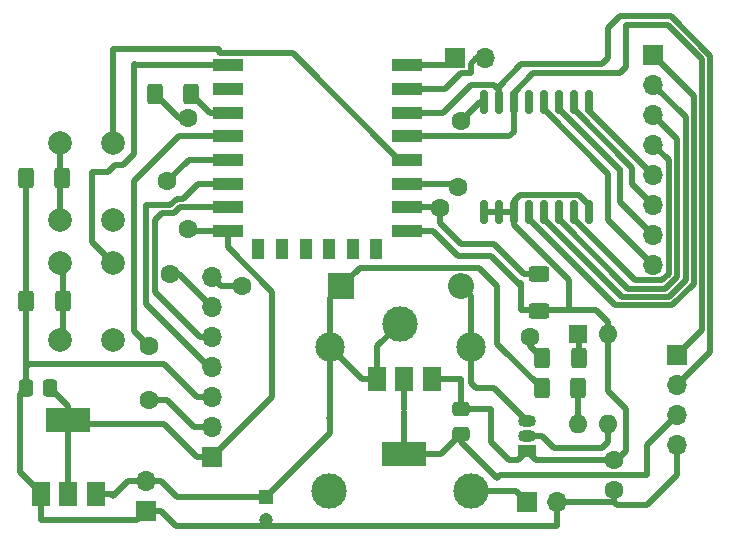
<source format=gbr>
%TF.GenerationSoftware,KiCad,Pcbnew,(6.0.4)*%
%TF.CreationDate,2022-04-23T15:17:23+02:00*%
%TF.ProjectId,pcbv1,70636276-312e-46b6-9963-61645f706362,rev?*%
%TF.SameCoordinates,PX49658d0PY772dc40*%
%TF.FileFunction,Copper,L1,Top*%
%TF.FilePolarity,Positive*%
%FSLAX46Y46*%
G04 Gerber Fmt 4.6, Leading zero omitted, Abs format (unit mm)*
G04 Created by KiCad (PCBNEW (6.0.4)) date 2022-04-23 15:17:23*
%MOMM*%
%LPD*%
G01*
G04 APERTURE LIST*
G04 Aperture macros list*
%AMRoundRect*
0 Rectangle with rounded corners*
0 $1 Rounding radius*
0 $2 $3 $4 $5 $6 $7 $8 $9 X,Y pos of 4 corners*
0 Add a 4 corners polygon primitive as box body*
4,1,4,$2,$3,$4,$5,$6,$7,$8,$9,$2,$3,0*
0 Add four circle primitives for the rounded corners*
1,1,$1+$1,$2,$3*
1,1,$1+$1,$4,$5*
1,1,$1+$1,$6,$7*
1,1,$1+$1,$8,$9*
0 Add four rect primitives between the rounded corners*
20,1,$1+$1,$2,$3,$4,$5,0*
20,1,$1+$1,$4,$5,$6,$7,0*
20,1,$1+$1,$6,$7,$8,$9,0*
20,1,$1+$1,$8,$9,$2,$3,0*%
G04 Aperture macros list end*
%TA.AperFunction,SMDPad,CuDef*%
%ADD10RoundRect,0.250000X0.400000X0.625000X-0.400000X0.625000X-0.400000X-0.625000X0.400000X-0.625000X0*%
%TD*%
%TA.AperFunction,SMDPad,CuDef*%
%ADD11RoundRect,0.250000X0.475000X-0.337500X0.475000X0.337500X-0.475000X0.337500X-0.475000X-0.337500X0*%
%TD*%
%TA.AperFunction,SMDPad,CuDef*%
%ADD12RoundRect,0.150000X0.150000X-0.875000X0.150000X0.875000X-0.150000X0.875000X-0.150000X-0.875000X0*%
%TD*%
%TA.AperFunction,SMDPad,CuDef*%
%ADD13RoundRect,0.250000X0.337500X0.475000X-0.337500X0.475000X-0.337500X-0.475000X0.337500X-0.475000X0*%
%TD*%
%TA.AperFunction,SMDPad,CuDef*%
%ADD14RoundRect,0.250000X-0.400000X-0.625000X0.400000X-0.625000X0.400000X0.625000X-0.400000X0.625000X0*%
%TD*%
%TA.AperFunction,SMDPad,CuDef*%
%ADD15RoundRect,0.250000X-0.625000X0.400000X-0.625000X-0.400000X0.625000X-0.400000X0.625000X0.400000X0*%
%TD*%
%TA.AperFunction,SMDPad,CuDef*%
%ADD16R,1.500000X2.000000*%
%TD*%
%TA.AperFunction,SMDPad,CuDef*%
%ADD17R,3.800000X2.000000*%
%TD*%
%TA.AperFunction,ComponentPad*%
%ADD18R,1.700000X1.700000*%
%TD*%
%TA.AperFunction,ComponentPad*%
%ADD19O,1.700000X1.700000*%
%TD*%
%TA.AperFunction,SMDPad,CuDef*%
%ADD20R,2.500000X1.000000*%
%TD*%
%TA.AperFunction,SMDPad,CuDef*%
%ADD21R,1.000000X1.800000*%
%TD*%
%TA.AperFunction,ComponentPad*%
%ADD22R,1.600000X1.600000*%
%TD*%
%TA.AperFunction,ComponentPad*%
%ADD23O,1.600000X1.600000*%
%TD*%
%TA.AperFunction,ComponentPad*%
%ADD24R,1.500000X1.050000*%
%TD*%
%TA.AperFunction,ComponentPad*%
%ADD25O,1.500000X1.050000*%
%TD*%
%TA.AperFunction,ComponentPad*%
%ADD26C,2.000000*%
%TD*%
%TA.AperFunction,ComponentPad*%
%ADD27R,1.200000X1.200000*%
%TD*%
%TA.AperFunction,ComponentPad*%
%ADD28C,1.200000*%
%TD*%
%TA.AperFunction,ComponentPad*%
%ADD29R,2.200000X2.200000*%
%TD*%
%TA.AperFunction,ComponentPad*%
%ADD30O,2.200000X2.200000*%
%TD*%
%TA.AperFunction,ComponentPad*%
%ADD31C,3.000000*%
%TD*%
%TA.AperFunction,ComponentPad*%
%ADD32C,2.500000*%
%TD*%
%TA.AperFunction,ViaPad*%
%ADD33C,1.600000*%
%TD*%
%TA.AperFunction,Conductor*%
%ADD34C,0.500000*%
%TD*%
G04 APERTURE END LIST*
D10*
%TO.P,R_RESET1,1*%
%TO.N,Net-(R_RESET1-Pad1)*%
X4344000Y19812000D03*
%TO.P,R_RESET1,2*%
%TO.N,Net-(C1-Pad2)*%
X1244000Y19812000D03*
%TD*%
%TO.P,R_FLASH1,1*%
%TO.N,Net-(R_FLASH1-Pad1)*%
X4318000Y30226000D03*
%TO.P,R_FLASH1,2*%
%TO.N,Net-(C1-Pad2)*%
X1218000Y30226000D03*
%TD*%
D11*
%TO.P,C3,1*%
%TO.N,Net-(C3-Pad1)*%
X38100000Y8593000D03*
%TO.P,C3,2*%
%TO.N,Net-(C1-Pad2)*%
X38100000Y10668000D03*
%TD*%
D12*
%TO.P,U1,1,A0*%
%TO.N,Net-(C1-Pad2)*%
X40005000Y27354000D03*
%TO.P,U1,2,A1*%
X41275000Y27354000D03*
%TO.P,U1,3,A2*%
X42545000Y27354000D03*
%TO.P,U1,4,P0*%
%TO.N,Net-(J_KB1-Pad1)*%
X43815000Y27354000D03*
%TO.P,U1,5,P1*%
%TO.N,Net-(J_KB1-Pad2)*%
X45085000Y27354000D03*
%TO.P,U1,6,P2*%
%TO.N,Net-(J_KB1-Pad3)*%
X46355000Y27354000D03*
%TO.P,U1,7,P3*%
%TO.N,Net-(J_KB1-Pad4)*%
X47625000Y27354000D03*
%TO.P,U1,8,VSS*%
%TO.N,Net-(C1-Pad2)*%
X48895000Y27354000D03*
%TO.P,U1,9,P4*%
%TO.N,Net-(J_KB1-Pad5)*%
X48895000Y36654000D03*
%TO.P,U1,10,P5*%
%TO.N,Net-(J_KB1-Pad6)*%
X47625000Y36654000D03*
%TO.P,U1,11,P6*%
%TO.N,Net-(J_KB1-Pad7)*%
X46355000Y36654000D03*
%TO.P,U1,12,P7*%
%TO.N,Net-(J_KB1-Pad8)*%
X45085000Y36654000D03*
%TO.P,U1,13,~{INT}*%
%TO.N,unconnected-(U1-Pad13)*%
X43815000Y36654000D03*
%TO.P,U1,14,SCL*%
%TO.N,Net-(J_LCD1-Pad1)*%
X42545000Y36654000D03*
%TO.P,U1,15,SDA*%
%TO.N,Net-(J_LCD1-Pad2)*%
X41275000Y36654000D03*
%TO.P,U1,16,VDD*%
%TO.N,Net-(C2-Pad1)*%
X40005000Y36654000D03*
%TD*%
D13*
%TO.P,C2,1*%
%TO.N,Net-(C2-Pad1)*%
X3302000Y12446000D03*
%TO.P,C2,2*%
%TO.N,Net-(C1-Pad2)*%
X1227000Y12446000D03*
%TD*%
D14*
%TO.P,R_OPTO_R1,1*%
%TO.N,Net-(C1-Pad1)*%
X44911000Y12446000D03*
%TO.P,R_OPTO_R1,2*%
%TO.N,Net-(R_OPTO_R1-Pad2)*%
X48011000Y12446000D03*
%TD*%
D15*
%TO.P,R2,1*%
%TO.N,Net-(J_RFID1-Pad7)*%
X44704000Y22098000D03*
%TO.P,R2,2*%
%TO.N,Net-(C1-Pad2)*%
X44704000Y18998000D03*
%TD*%
D16*
%TO.P,U2,1,GND*%
%TO.N,Net-(C1-Pad2)*%
X2526000Y3454000D03*
%TO.P,U2,2,VO*%
%TO.N,Net-(C2-Pad1)*%
X4826000Y3454000D03*
D17*
X4826000Y9754000D03*
D16*
%TO.P,U2,3,VI*%
%TO.N,Net-(C1-Pad1)*%
X7126000Y3454000D03*
%TD*%
D14*
%TO.P,R_OPTP_S1,1*%
%TO.N,Net-(R_OPTP_S1-Pad1)*%
X44937000Y14991000D03*
%TO.P,R_OPTP_S1,2*%
%TO.N,Net-(R_OPTP_S1-Pad2)*%
X48037000Y14991000D03*
%TD*%
D18*
%TO.P,J_KB1,1,Pin_1*%
%TO.N,Net-(J_KB1-Pad1)*%
X54356000Y40640000D03*
D19*
%TO.P,J_KB1,2,Pin_2*%
%TO.N,Net-(J_KB1-Pad2)*%
X54356000Y38100000D03*
%TO.P,J_KB1,3,Pin_3*%
%TO.N,Net-(J_KB1-Pad3)*%
X54356000Y35560000D03*
%TO.P,J_KB1,4,Pin_4*%
%TO.N,Net-(J_KB1-Pad4)*%
X54356000Y33020000D03*
%TO.P,J_KB1,5,Pin_5*%
%TO.N,Net-(J_KB1-Pad5)*%
X54356000Y30480000D03*
%TO.P,J_KB1,6,Pin_6*%
%TO.N,Net-(J_KB1-Pad6)*%
X54356000Y27940000D03*
%TO.P,J_KB1,7,Pin_7*%
%TO.N,Net-(J_KB1-Pad7)*%
X54356000Y25400000D03*
%TO.P,J_KB1,8,Pin_8*%
%TO.N,Net-(J_KB1-Pad8)*%
X54356000Y22860000D03*
%TD*%
D20*
%TO.P,U4,1,~{RST}*%
%TO.N,Net-(SW_RESET1-Pad2)*%
X18308000Y39764000D03*
%TO.P,U4,2,ADC*%
%TO.N,unconnected-(U4-Pad2)*%
X18308000Y37764000D03*
%TO.P,U4,3,EN*%
%TO.N,Net-(R1-Pad2)*%
X18308000Y35764000D03*
%TO.P,U4,4,GPIO16*%
%TO.N,Net-(J_RFID1-Pad2)*%
X18308000Y33764000D03*
%TO.P,U4,5,GPIO14*%
%TO.N,Net-(J_RFID1-Pad6)*%
X18308000Y31764000D03*
%TO.P,U4,6,GPIO12*%
%TO.N,Net-(J_RFID1-Pad4)*%
X18308000Y29764000D03*
%TO.P,U4,7,GPIO13*%
%TO.N,Net-(J_RFID1-Pad5)*%
X18308000Y27764000D03*
%TO.P,U4,8,VCC*%
%TO.N,Net-(C2-Pad1)*%
X18308000Y25764000D03*
D21*
%TO.P,U4,9,CS0*%
%TO.N,unconnected-(U4-Pad9)*%
X20908000Y24264000D03*
%TO.P,U4,10,MISO*%
%TO.N,unconnected-(U4-Pad10)*%
X22908000Y24264000D03*
%TO.P,U4,11,GPIO9*%
%TO.N,unconnected-(U4-Pad11)*%
X24908000Y24264000D03*
%TO.P,U4,12,GPIO10*%
%TO.N,unconnected-(U4-Pad12)*%
X26908000Y24264000D03*
%TO.P,U4,13,MOSI*%
%TO.N,unconnected-(U4-Pad13)*%
X28908000Y24264000D03*
%TO.P,U4,14,SCLK*%
%TO.N,unconnected-(U4-Pad14)*%
X30908000Y24264000D03*
D20*
%TO.P,U4,15,GND*%
%TO.N,Net-(C1-Pad2)*%
X33508000Y25764000D03*
%TO.P,U4,16,GPIO15*%
%TO.N,Net-(J_RFID1-Pad7)*%
X33508000Y27764000D03*
%TO.P,U4,17,GPIO2*%
%TO.N,Net-(R_OPTP_S1-Pad1)*%
X33508000Y29764000D03*
%TO.P,U4,18,GPIO0*%
%TO.N,Net-(SW_FLASH1-Pad1)*%
X33508000Y31764000D03*
%TO.P,U4,19,GPIO4*%
%TO.N,Net-(J_LCD1-Pad1)*%
X33508000Y33764000D03*
%TO.P,U4,20,GPIO5*%
%TO.N,Net-(J_LCD1-Pad2)*%
X33508000Y35764000D03*
%TO.P,U4,21,GPIO3/RXD*%
%TO.N,Net-(J_SER1-Pad2)*%
X33508000Y37764000D03*
%TO.P,U4,22,GPIO1/TXD*%
%TO.N,Net-(J_SER1-Pad1)*%
X33508000Y39764000D03*
%TD*%
D16*
%TO.P,U3,1,GND*%
%TO.N,Net-(C1-Pad2)*%
X35574000Y13208000D03*
%TO.P,U3,2,VO*%
%TO.N,Net-(C3-Pad1)*%
X33274000Y13208000D03*
D17*
X33274000Y6908000D03*
D16*
%TO.P,U3,3,VI*%
%TO.N,Net-(C1-Pad1)*%
X30974000Y13208000D03*
%TD*%
D14*
%TO.P,R1,1*%
%TO.N,Net-(C2-Pad1)*%
X12140000Y37338000D03*
%TO.P,R1,2*%
%TO.N,Net-(R1-Pad2)*%
X15240000Y37338000D03*
%TD*%
D22*
%TO.P,U5,1*%
%TO.N,Net-(R_OPTP_S1-Pad2)*%
X48001000Y17008000D03*
D23*
%TO.P,U5,2*%
%TO.N,Net-(C1-Pad2)*%
X50541000Y17008000D03*
%TO.P,U5,3*%
%TO.N,Net-(Q1-Pad2)*%
X50541000Y9388000D03*
%TO.P,U5,4*%
%TO.N,Net-(R_OPTO_R1-Pad2)*%
X48001000Y9388000D03*
%TD*%
D24*
%TO.P,Q1,1,E*%
%TO.N,Net-(C1-Pad2)*%
X43688000Y7112000D03*
D25*
%TO.P,Q1,2,B*%
%TO.N,Net-(Q1-Pad2)*%
X43688000Y8382000D03*
%TO.P,Q1,3,C*%
%TO.N,Net-(D1-Pad2)*%
X43688000Y9652000D03*
%TD*%
D18*
%TO.P,J_PW1,1,Pin_1*%
%TO.N,Net-(C1-Pad2)*%
X11430000Y2032000D03*
D19*
%TO.P,J_PW1,2,Pin_2*%
%TO.N,Net-(C1-Pad1)*%
X11430000Y4572000D03*
%TD*%
D18*
%TO.P,J_SER1,1,Pin_1*%
%TO.N,Net-(J_SER1-Pad1)*%
X37587000Y40386000D03*
D19*
%TO.P,J_SER1,2,Pin_2*%
%TO.N,Net-(J_SER1-Pad2)*%
X40127000Y40386000D03*
%TD*%
D26*
%TO.P,SW_RESET1,1,1*%
%TO.N,Net-(R_RESET1-Pad1)*%
X4100000Y23062000D03*
X4100000Y16562000D03*
%TO.P,SW_RESET1,2,2*%
%TO.N,Net-(SW_RESET1-Pad2)*%
X8600000Y16562000D03*
X8600000Y23062000D03*
%TD*%
D18*
%TO.P,J_OPN1,1,Pin_1*%
%TO.N,Net-(J_OPN1-Pad1)*%
X43683000Y2794000D03*
D19*
%TO.P,J_OPN1,2,Pin_2*%
%TO.N,Net-(C1-Pad2)*%
X46223000Y2794000D03*
%TD*%
D18*
%TO.P,J_RFID1,1,Pin_1*%
%TO.N,Net-(C2-Pad1)*%
X17018000Y6599000D03*
D19*
%TO.P,J_RFID1,2,Pin_2*%
%TO.N,Net-(J_RFID1-Pad2)*%
X17018000Y9139000D03*
%TO.P,J_RFID1,3,Pin_3*%
%TO.N,Net-(C1-Pad2)*%
X17018000Y11679000D03*
%TO.P,J_RFID1,4,Pin_4*%
%TO.N,Net-(J_RFID1-Pad4)*%
X17018000Y14219000D03*
%TO.P,J_RFID1,5,Pin_5*%
%TO.N,Net-(J_RFID1-Pad5)*%
X17018000Y16759000D03*
%TO.P,J_RFID1,6,Pin_6*%
%TO.N,Net-(J_RFID1-Pad6)*%
X17018000Y19299000D03*
%TO.P,J_RFID1,7,Pin_7*%
%TO.N,Net-(J_RFID1-Pad7)*%
X17018000Y21839000D03*
%TD*%
D27*
%TO.P,C1,1*%
%TO.N,Net-(C1-Pad1)*%
X21590000Y3258599D03*
D28*
%TO.P,C1,2*%
%TO.N,Net-(C1-Pad2)*%
X21590000Y1258599D03*
%TD*%
D26*
%TO.P,SW_FLASH1,1,1*%
%TO.N,Net-(SW_FLASH1-Pad1)*%
X8600000Y33222000D03*
X8600000Y26722000D03*
%TO.P,SW_FLASH1,2,2*%
%TO.N,Net-(R_FLASH1-Pad1)*%
X4100000Y33222000D03*
X4100000Y26722000D03*
%TD*%
D29*
%TO.P,D1,1,K*%
%TO.N,Net-(C1-Pad1)*%
X27940000Y21082000D03*
D30*
%TO.P,D1,2,A*%
%TO.N,Net-(D1-Pad2)*%
X38100000Y21082000D03*
%TD*%
D31*
%TO.P,K1,1*%
%TO.N,Net-(C1-Pad1)*%
X32893000Y17898000D03*
D32*
%TO.P,K1,2*%
%TO.N,Net-(D1-Pad2)*%
X38943000Y15948000D03*
D31*
%TO.P,K1,3*%
%TO.N,Net-(J_OPN1-Pad1)*%
X38943000Y3748000D03*
%TO.P,K1,4*%
%TO.N,unconnected-(K1-Pad4)*%
X26893000Y3698000D03*
D32*
%TO.P,K1,5*%
%TO.N,Net-(C1-Pad1)*%
X26943000Y15948000D03*
%TD*%
D18*
%TO.P,J_LCD1,1,Pin_1*%
%TO.N,Net-(J_LCD1-Pad1)*%
X56388000Y15240000D03*
D19*
%TO.P,J_LCD1,2,Pin_2*%
%TO.N,Net-(J_LCD1-Pad2)*%
X56388000Y12700000D03*
%TO.P,J_LCD1,3,Pin_3*%
%TO.N,Net-(C3-Pad1)*%
X56388000Y10160000D03*
%TO.P,J_LCD1,4,Pin_4*%
%TO.N,Net-(C1-Pad2)*%
X56388000Y7620000D03*
%TD*%
D33*
%TO.N,Net-(C2-Pad1)*%
X14986000Y35306000D03*
X38100000Y35052000D03*
X14986000Y25908000D03*
%TO.N,Net-(C1-Pad2)*%
X51054000Y3810000D03*
X51054000Y6350000D03*
%TO.N,Net-(J_RFID1-Pad2)*%
X11684000Y11430000D03*
X11684000Y16002000D03*
%TO.N,Net-(J_RFID1-Pad6)*%
X13462000Y22098000D03*
X13208000Y29972000D03*
%TO.N,Net-(J_RFID1-Pad7)*%
X19558000Y21082000D03*
X36322000Y27686000D03*
%TO.N,Net-(R_OPTP_S1-Pad1)*%
X37846000Y29464000D03*
X43942000Y16764000D03*
%TD*%
D34*
%TO.N,Net-(C1-Pad1)*%
X30974000Y15979000D02*
X30974000Y13208000D01*
X41148000Y21082000D02*
X39598489Y22631511D01*
X26943000Y8611599D02*
X26943000Y9925000D01*
X8636000Y3302000D02*
X8484000Y3454000D01*
X26943000Y20085000D02*
X27940000Y21082000D01*
X8484000Y3454000D02*
X7126000Y3454000D01*
X26943000Y9925000D02*
X26943000Y15948000D01*
X21590000Y3258599D02*
X26943000Y8611599D01*
X26943000Y15948000D02*
X26943000Y20085000D01*
X29489511Y22631511D02*
X27940000Y21082000D01*
X11430000Y4572000D02*
X9906000Y4572000D01*
X39598489Y22631511D02*
X29489511Y22631511D01*
X26924000Y9906000D02*
X26943000Y9925000D01*
X30974000Y13208000D02*
X29683000Y13208000D01*
X12700000Y4572000D02*
X14013401Y3258599D01*
X11430000Y4572000D02*
X12700000Y4572000D01*
X14013401Y3258599D02*
X21590000Y3258599D01*
X44911000Y12446000D02*
X41148000Y16209000D01*
X9906000Y4572000D02*
X8636000Y3302000D01*
X32893000Y17898000D02*
X30974000Y15979000D01*
X41148000Y16209000D02*
X41148000Y21082000D01*
X29683000Y13208000D02*
X26943000Y15948000D01*
%TO.N,Net-(C2-Pad1)*%
X4826000Y3454000D02*
X4826000Y9754000D01*
X22098000Y11679000D02*
X22098000Y20574000D01*
X12954000Y9398000D02*
X15753000Y6599000D01*
X5182000Y9398000D02*
X4826000Y9754000D01*
X18308000Y24364000D02*
X18308000Y25764000D01*
X17018000Y6599000D02*
X22098000Y11679000D01*
X4826000Y10922000D02*
X3302000Y12446000D01*
X12954000Y9398000D02*
X5182000Y9398000D01*
X39702000Y36654000D02*
X38100000Y35052000D01*
X4826000Y9754000D02*
X4826000Y10922000D01*
X14986000Y35306000D02*
X14172000Y35306000D01*
X40005000Y36654000D02*
X39702000Y36654000D01*
X14986000Y25908000D02*
X15096000Y26018000D01*
X15753000Y6599000D02*
X17018000Y6599000D01*
X15604000Y25764000D02*
X18308000Y25764000D01*
X22098000Y20574000D02*
X18308000Y24364000D01*
X14172000Y35306000D02*
X12140000Y37338000D01*
%TO.N,Net-(C1-Pad2)*%
X1227000Y14181000D02*
X1524000Y14478000D01*
X35704000Y25764000D02*
X37846000Y23622000D01*
X40640000Y10668000D02*
X40640000Y7874000D01*
X51044000Y3800000D02*
X51054000Y3810000D01*
X50541000Y12197000D02*
X52070000Y10668000D01*
X40640000Y10668000D02*
X38100000Y10668000D01*
X51044000Y2794000D02*
X51298000Y2540000D01*
X51044000Y2794000D02*
X51044000Y3800000D01*
X12700000Y2032000D02*
X13970000Y762000D01*
X56388000Y5080000D02*
X56388000Y7620000D01*
X2540000Y1270000D02*
X10668000Y1270000D01*
X2540000Y3190000D02*
X2540000Y1270000D01*
X42164000Y6350000D02*
X42926000Y6350000D01*
X2526000Y3570000D02*
X762000Y5334000D01*
X40640000Y7874000D02*
X42164000Y6350000D01*
X50541000Y17008000D02*
X50541000Y18039000D01*
X48895000Y27354000D02*
X48895000Y27956849D01*
X1218000Y19838000D02*
X1218000Y30226000D01*
X2526000Y3204000D02*
X2540000Y3190000D01*
X40640000Y23622000D02*
X43180000Y21082000D01*
X42926000Y6350000D02*
X43688000Y7112000D01*
X50541000Y18039000D02*
X49530000Y19050000D01*
X44450000Y6350000D02*
X50292000Y6350000D01*
X2526000Y3454000D02*
X2526000Y3204000D01*
X47244000Y19050000D02*
X43180000Y19050000D01*
X11430000Y2032000D02*
X12700000Y2032000D01*
X38100000Y13208000D02*
X38100000Y10668000D01*
X53848000Y2540000D02*
X56388000Y5080000D01*
X46223000Y767000D02*
X46223000Y2794000D01*
X33508000Y25764000D02*
X35704000Y25764000D01*
X51308000Y6350000D02*
X51054000Y6350000D01*
X35574000Y13208000D02*
X38100000Y13208000D01*
X52070000Y7112000D02*
X51308000Y6350000D01*
X42545000Y27354000D02*
X42545000Y26271270D01*
X15753000Y11679000D02*
X17018000Y11679000D01*
X46223000Y2794000D02*
X51044000Y2794000D01*
X13970000Y762000D02*
X46228000Y762000D01*
X43180000Y21082000D02*
X43180000Y21336000D01*
X51298000Y2540000D02*
X53848000Y2540000D01*
X52070000Y10668000D02*
X52070000Y7112000D01*
X50541000Y17008000D02*
X50541000Y12197000D01*
X1524000Y14478000D02*
X12954000Y14478000D01*
X43688000Y7112000D02*
X44450000Y6350000D01*
X1244000Y19812000D02*
X1218000Y19838000D01*
X51054000Y6350000D02*
X50292000Y6350000D01*
X46228000Y762000D02*
X46223000Y767000D01*
X48023329Y28828520D02*
X43052520Y28828520D01*
X37846000Y23622000D02*
X40640000Y23622000D01*
X1227000Y14181000D02*
X1227000Y19795000D01*
X12954000Y14478000D02*
X15753000Y11679000D01*
X1227000Y12446000D02*
X1227000Y14181000D01*
X43052520Y28828520D02*
X42545000Y28321000D01*
X49530000Y19050000D02*
X47244000Y19050000D01*
X48895000Y27956849D02*
X48023329Y28828520D01*
X2526000Y3454000D02*
X2526000Y3570000D01*
X42545000Y28321000D02*
X42545000Y27354000D01*
X43180000Y19050000D02*
X43180000Y21082000D01*
X762000Y5334000D02*
X762000Y11981000D01*
X10668000Y1270000D02*
X11430000Y2032000D01*
X47244000Y21572270D02*
X47244000Y19050000D01*
X762000Y11981000D02*
X1227000Y12446000D01*
X40005000Y27354000D02*
X42545000Y27354000D01*
X42545000Y26271270D02*
X47244000Y21572270D01*
X1227000Y19795000D02*
X1244000Y19812000D01*
%TO.N,Net-(D1-Pad2)*%
X38943000Y20239000D02*
X38100000Y21082000D01*
X40894000Y12446000D02*
X39370000Y12446000D01*
X38943000Y15948000D02*
X38943000Y20239000D01*
X43688000Y9652000D02*
X40894000Y12446000D01*
X39370000Y12446000D02*
X38943000Y12873000D01*
X38943000Y12873000D02*
X38943000Y15948000D01*
%TO.N,Net-(J_KB1-Pad1)*%
X43815000Y26751151D02*
X51104221Y19461930D01*
X55957740Y19461930D02*
X57787040Y21291230D01*
X43815000Y27354000D02*
X43815000Y26751151D01*
X51104221Y19461930D02*
X55957740Y19461930D01*
X57787040Y37208960D02*
X54356000Y40640000D01*
X57787040Y21291230D02*
X57787040Y37208960D01*
%TO.N,Net-(J_KB1-Pad2)*%
X45085000Y27354000D02*
X45085000Y26751151D01*
X57087520Y35368480D02*
X54356000Y38100000D01*
X51674702Y20161449D02*
X55667989Y20161449D01*
X45085000Y26751151D02*
X51674702Y20161449D01*
X57087520Y21580980D02*
X57087520Y35368480D01*
X55667989Y20161449D02*
X57087520Y21580980D01*
%TO.N,Net-(J_KB1-Pad3)*%
X56388000Y33528000D02*
X54356000Y35560000D01*
X55378239Y20860969D02*
X56388000Y21870730D01*
X46355000Y27354000D02*
X46355000Y26751151D01*
X52245182Y20860969D02*
X55378239Y20860969D01*
X56388000Y21870730D02*
X56388000Y33528000D01*
X46355000Y26751151D02*
X52245182Y20860969D01*
%TO.N,Net-(J_KB1-Pad4)*%
X47625000Y26751151D02*
X52815662Y21560489D01*
X52815662Y21560489D02*
X55088489Y21560489D01*
X55655511Y22127511D02*
X55655511Y31720489D01*
X55088489Y21560489D02*
X55655511Y22127511D01*
X47625000Y27354000D02*
X47625000Y26751151D01*
X55655511Y31720489D02*
X54356000Y33020000D01*
%TO.N,Net-(J_KB1-Pad5)*%
X48895000Y35941000D02*
X54356000Y30480000D01*
X48895000Y36654000D02*
X48895000Y35941000D01*
%TO.N,Net-(J_KB1-Pad6)*%
X52578000Y31098151D02*
X52578000Y29718000D01*
X52578000Y29718000D02*
X54356000Y27940000D01*
X47625000Y36654000D02*
X47625000Y36051151D01*
X47625000Y36051151D02*
X52578000Y31098151D01*
%TO.N,Net-(J_KB1-Pad7)*%
X51562000Y28194000D02*
X54356000Y25400000D01*
X46355000Y36051151D02*
X51418151Y30988000D01*
X51562000Y30988000D02*
X51562000Y28194000D01*
X54356000Y25908000D02*
X54356000Y25400000D01*
X46355000Y36654000D02*
X46355000Y36051151D01*
X51418151Y30988000D02*
X51562000Y30988000D01*
%TO.N,Net-(J_KB1-Pad8)*%
X50546000Y30590151D02*
X50546000Y26670000D01*
X45085000Y36051151D02*
X50546000Y30590151D01*
X50546000Y26670000D02*
X54356000Y22860000D01*
X45085000Y36654000D02*
X45085000Y36051151D01*
%TO.N,Net-(J_LCD1-Pad1)*%
X51562000Y39116000D02*
X52070000Y39624000D01*
X44196000Y39116000D02*
X51562000Y39116000D01*
X40275849Y33782000D02*
X42164000Y33782000D01*
X42545000Y36654000D02*
X42545000Y37465000D01*
X52070000Y39624000D02*
X52070000Y43180000D01*
X55626000Y43180000D02*
X58486559Y40319441D01*
X42164000Y33782000D02*
X42545000Y34163000D01*
X58486559Y17338559D02*
X56388000Y15240000D01*
X58486559Y40319441D02*
X58486559Y17338559D01*
X52070000Y43180000D02*
X55626000Y43180000D01*
X40257849Y33764000D02*
X40275849Y33782000D01*
X42545000Y37465000D02*
X44196000Y39116000D01*
X42545000Y34163000D02*
X42545000Y36654000D01*
X33508000Y33764000D02*
X40257849Y33764000D01*
%TO.N,Net-(J_LCD1-Pad2)*%
X50546000Y40386000D02*
X50038000Y39878000D01*
X33508000Y35764000D02*
X36553292Y35764000D01*
X56388000Y12700000D02*
X59186079Y15498079D01*
X40865480Y38128520D02*
X41275000Y37719000D01*
X41275000Y37973000D02*
X41275000Y36654000D01*
X43180000Y39878000D02*
X41275000Y37973000D01*
X36553292Y35764000D02*
X38917812Y38128520D01*
X50038000Y39878000D02*
X43180000Y39878000D01*
X50546000Y42926000D02*
X50546000Y40386000D01*
X38917812Y38128520D02*
X40865480Y38128520D01*
X51562000Y43942000D02*
X50546000Y42926000D01*
X41275000Y37719000D02*
X41275000Y36654000D01*
X59186079Y15498079D02*
X59186079Y40609191D01*
X55853270Y43942000D02*
X51562000Y43942000D01*
X59186079Y40609191D02*
X55853270Y43942000D01*
%TO.N,Net-(C3-Pad1)*%
X33274000Y6908000D02*
X36415000Y6908000D01*
X41402000Y5080000D02*
X53848000Y5080000D01*
X53848000Y5080000D02*
X53848000Y7620000D01*
X36415000Y6908000D02*
X38100000Y8593000D01*
X33274000Y13208000D02*
X33274000Y10668000D01*
X38100000Y8593000D02*
X38100000Y7874000D01*
X53848000Y7620000D02*
X56388000Y10160000D01*
X38100000Y7874000D02*
X41148000Y4826000D01*
X33274000Y6908000D02*
X33274000Y10414000D01*
X41148000Y4826000D02*
X41402000Y5080000D01*
%TO.N,Net-(J_OPN1-Pad1)*%
X42729000Y3748000D02*
X43683000Y2794000D01*
X38943000Y3748000D02*
X42729000Y3748000D01*
%TO.N,Net-(J_RFID1-Pad4)*%
X11430000Y19558000D02*
X11430000Y27940000D01*
X11430000Y27940000D02*
X13462000Y27940000D01*
X16769000Y14219000D02*
X11430000Y19558000D01*
X13985519Y28463519D02*
X14493519Y28463519D01*
X15794000Y29764000D02*
X18308000Y29764000D01*
X13462000Y27940000D02*
X13985519Y28463519D01*
X14493519Y28463519D02*
X15794000Y29764000D01*
X17018000Y14219000D02*
X16769000Y14219000D01*
%TO.N,Net-(J_RFID1-Pad2)*%
X13208000Y11430000D02*
X15499000Y9139000D01*
X10414000Y17272000D02*
X10414000Y29972000D01*
X10414000Y29972000D02*
X14206000Y33764000D01*
X15499000Y9139000D02*
X17018000Y9139000D01*
X11684000Y16002000D02*
X10414000Y17272000D01*
X11684000Y11430000D02*
X13208000Y11430000D01*
X14206000Y33764000D02*
X18308000Y33764000D01*
%TO.N,Net-(J_RFID1-Pad5)*%
X13751751Y27240481D02*
X14275270Y27764000D01*
X17018000Y16759000D02*
X16007000Y16759000D01*
X14275270Y27764000D02*
X18308000Y27764000D01*
X12192000Y20574000D02*
X12192000Y26670000D01*
X16007000Y16759000D02*
X12192000Y20574000D01*
X12762481Y27240481D02*
X13751751Y27240481D01*
X12192000Y26670000D02*
X12762481Y27240481D01*
%TO.N,Net-(J_RFID1-Pad6)*%
X15000000Y31764000D02*
X18308000Y31764000D01*
X13208000Y29972000D02*
X15000000Y31764000D01*
X13462000Y22098000D02*
X14219000Y22098000D01*
X14219000Y22098000D02*
X17018000Y19299000D01*
%TO.N,Net-(J_SER1-Pad1)*%
X33508000Y39764000D02*
X36965000Y39764000D01*
X36965000Y39764000D02*
X37587000Y40386000D01*
%TO.N,Net-(J_SER1-Pad2)*%
X38886511Y39902511D02*
X39370000Y40386000D01*
X36748000Y37764000D02*
X38070489Y39086489D01*
X39370000Y40386000D02*
X40127000Y40386000D01*
X38070489Y39086489D02*
X38886511Y39086489D01*
X38886511Y39086489D02*
X38886511Y39902511D01*
X33508000Y37764000D02*
X36748000Y37764000D01*
%TO.N,Net-(Q1-Pad2)*%
X44958000Y8382000D02*
X43688000Y8382000D01*
X50038000Y7366000D02*
X45974000Y7366000D01*
X45974000Y7366000D02*
X44958000Y8382000D01*
X50541000Y7869000D02*
X50038000Y7366000D01*
X50541000Y9388000D02*
X50541000Y7869000D01*
%TO.N,Net-(J_RFID1-Pad7)*%
X17775000Y21082000D02*
X17018000Y21839000D01*
X36322000Y26416000D02*
X36322000Y27686000D01*
X36244000Y27764000D02*
X36322000Y27686000D01*
X38100000Y24638000D02*
X36322000Y26416000D01*
X40894000Y24638000D02*
X38100000Y24638000D01*
X44704000Y22098000D02*
X43434000Y22098000D01*
X43434000Y22098000D02*
X40894000Y24638000D01*
X33508000Y27764000D02*
X36244000Y27764000D01*
X19558000Y21082000D02*
X17775000Y21082000D01*
%TO.N,Net-(R1-Pad2)*%
X16814000Y35764000D02*
X15240000Y37338000D01*
X18308000Y35764000D02*
X16814000Y35764000D01*
%TO.N,Net-(R_OPTO_R1-Pad2)*%
X48006000Y11938000D02*
X48011000Y11943000D01*
X48006000Y9901000D02*
X48006000Y11938000D01*
%TO.N,Net-(R_OPTP_S1-Pad1)*%
X43942000Y15986000D02*
X44937000Y14991000D01*
X37546000Y29764000D02*
X37846000Y29464000D01*
X43942000Y16764000D02*
X43942000Y15986000D01*
X33508000Y29764000D02*
X37546000Y29764000D01*
%TO.N,Net-(R_OPTP_S1-Pad2)*%
X48037000Y17490000D02*
X48006000Y17521000D01*
X48037000Y14991000D02*
X48037000Y17490000D01*
%TO.N,Net-(R_FLASH1-Pad1)*%
X4100000Y26722000D02*
X4100000Y30008000D01*
X4100000Y33222000D02*
X4100000Y30444000D01*
X4100000Y30444000D02*
X4318000Y30226000D01*
X4100000Y30008000D02*
X4318000Y30226000D01*
%TO.N,Net-(SW_FLASH1-Pad1)*%
X8600000Y33222000D02*
X8600000Y41112000D01*
X17537980Y41148000D02*
X17537980Y40960438D01*
X23808998Y40813980D02*
X32858978Y31764000D01*
X17684438Y40813980D02*
X23808998Y40813980D01*
X8636000Y41148000D02*
X17537980Y41148000D01*
X17537980Y40960438D02*
X17684438Y40813980D01*
X8600000Y41112000D02*
X8636000Y41148000D01*
X32858978Y31764000D02*
X34248781Y31764000D01*
%TO.N,Net-(SW_RESET1-Pad2)*%
X10414000Y32258000D02*
X10414000Y39878000D01*
X9481520Y31325520D02*
X10414000Y32258000D01*
X6858000Y24804000D02*
X6858000Y30734000D01*
X10528000Y39764000D02*
X18308000Y39764000D01*
X8753439Y31325520D02*
X9481520Y31325520D01*
X8161919Y30734000D02*
X8753439Y31325520D01*
X10414000Y39878000D02*
X10528000Y39764000D01*
X6858000Y30734000D02*
X8161919Y30734000D01*
X8600000Y23062000D02*
X6858000Y24804000D01*
%TO.N,Net-(R_RESET1-Pad1)*%
X4344000Y19812000D02*
X4344000Y22818000D01*
X4344000Y16806000D02*
X4100000Y16562000D01*
X4344000Y22818000D02*
X4100000Y23062000D01*
X4344000Y19812000D02*
X4344000Y16806000D01*
%TD*%
M02*

</source>
